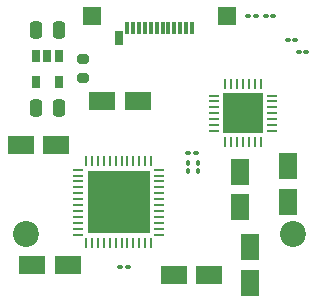
<source format=gbr>
%TF.GenerationSoftware,KiCad,Pcbnew,6.0.9*%
%TF.CreationDate,2022-12-15T21:13:34+01:00*%
%TF.ProjectId,Expansion_Card,45787061-6e73-4696-9f6e-5f436172642e,X1*%
%TF.SameCoordinates,Original*%
%TF.FileFunction,Soldermask,Top*%
%TF.FilePolarity,Negative*%
%FSLAX46Y46*%
G04 Gerber Fmt 4.6, Leading zero omitted, Abs format (unit mm)*
G04 Created by KiCad (PCBNEW 6.0.9) date 2022-12-15 21:13:34*
%MOMM*%
%LPD*%
G01*
G04 APERTURE LIST*
G04 Aperture macros list*
%AMRoundRect*
0 Rectangle with rounded corners*
0 $1 Rounding radius*
0 $2 $3 $4 $5 $6 $7 $8 $9 X,Y pos of 4 corners*
0 Add a 4 corners polygon primitive as box body*
4,1,4,$2,$3,$4,$5,$6,$7,$8,$9,$2,$3,0*
0 Add four circle primitives for the rounded corners*
1,1,$1+$1,$2,$3*
1,1,$1+$1,$4,$5*
1,1,$1+$1,$6,$7*
1,1,$1+$1,$8,$9*
0 Add four rect primitives between the rounded corners*
20,1,$1+$1,$2,$3,$4,$5,0*
20,1,$1+$1,$4,$5,$6,$7,0*
20,1,$1+$1,$6,$7,$8,$9,0*
20,1,$1+$1,$8,$9,$2,$3,0*%
G04 Aperture macros list end*
%ADD10RoundRect,0.062500X-0.337500X-0.062500X0.337500X-0.062500X0.337500X0.062500X-0.337500X0.062500X0*%
%ADD11RoundRect,0.062500X-0.062500X-0.337500X0.062500X-0.337500X0.062500X0.337500X-0.062500X0.337500X0*%
%ADD12R,5.300000X5.300000*%
%ADD13R,3.350000X3.350000*%
%ADD14RoundRect,0.100000X-0.100000X0.130000X-0.100000X-0.130000X0.100000X-0.130000X0.100000X0.130000X0*%
%ADD15RoundRect,0.100000X0.130000X0.100000X-0.130000X0.100000X-0.130000X-0.100000X0.130000X-0.100000X0*%
%ADD16RoundRect,0.100000X0.100000X-0.130000X0.100000X0.130000X-0.100000X0.130000X-0.100000X-0.130000X0*%
%ADD17RoundRect,0.100000X-0.130000X-0.100000X0.130000X-0.100000X0.130000X0.100000X-0.130000X0.100000X0*%
%ADD18R,1.600000X2.200000*%
%ADD19R,2.200000X1.600000*%
%ADD20RoundRect,0.200000X-0.275000X0.200000X-0.275000X-0.200000X0.275000X-0.200000X0.275000X0.200000X0*%
%ADD21RoundRect,0.250000X0.250000X0.475000X-0.250000X0.475000X-0.250000X-0.475000X0.250000X-0.475000X0*%
%ADD22R,0.650000X1.060000*%
%ADD23R,0.700000X1.150000*%
%ADD24R,0.380000X1.000000*%
%ADD25C,2.200000*%
%ADD26R,1.500000X1.500000*%
G04 APERTURE END LIST*
D10*
%TO.C,U3*%
X133075000Y-141050000D03*
X133075000Y-141550000D03*
X133075000Y-142050000D03*
X133075000Y-142550000D03*
X133075000Y-143050000D03*
X133075000Y-143550000D03*
X133075000Y-144050000D03*
X133075000Y-144550000D03*
X133075000Y-145050000D03*
X133075000Y-145550000D03*
X133075000Y-146050000D03*
X133075000Y-146550000D03*
D11*
X133775000Y-147250000D03*
X134275000Y-147250000D03*
X134775000Y-147250000D03*
X135275000Y-147250000D03*
X135775000Y-147250000D03*
X136275000Y-147250000D03*
X136775000Y-147250000D03*
X137275000Y-147250000D03*
X137775000Y-147250000D03*
X138275000Y-147250000D03*
X138775000Y-147250000D03*
X139275000Y-147250000D03*
D10*
X139975000Y-146550000D03*
X139975000Y-146050000D03*
X139975000Y-145550000D03*
X139975000Y-145050000D03*
X139975000Y-144550000D03*
X139975000Y-144050000D03*
X139975000Y-143550000D03*
X139975000Y-143050000D03*
X139975000Y-142550000D03*
X139975000Y-142050000D03*
X139975000Y-141550000D03*
X139975000Y-141050000D03*
D11*
X139275000Y-140350000D03*
X138775000Y-140350000D03*
X138275000Y-140350000D03*
X137775000Y-140350000D03*
X137275000Y-140350000D03*
X136775000Y-140350000D03*
X136275000Y-140350000D03*
X135775000Y-140350000D03*
X135275000Y-140350000D03*
X134775000Y-140350000D03*
X134275000Y-140350000D03*
X133775000Y-140350000D03*
D12*
X136525000Y-143800000D03*
%TD*%
D10*
%TO.C,U2*%
X144600000Y-134775000D03*
X144600000Y-135275000D03*
X144600000Y-135775000D03*
X144600000Y-136275000D03*
X144600000Y-136775000D03*
X144600000Y-137275000D03*
X144600000Y-137775000D03*
D11*
X145550000Y-138725000D03*
X146050000Y-138725000D03*
X146550000Y-138725000D03*
X147050000Y-138725000D03*
X147550000Y-138725000D03*
X148050000Y-138725000D03*
X148550000Y-138725000D03*
D10*
X149500000Y-137775000D03*
X149500000Y-137275000D03*
X149500000Y-136775000D03*
X149500000Y-136275000D03*
X149500000Y-135775000D03*
X149500000Y-135275000D03*
X149500000Y-134775000D03*
D11*
X148550000Y-133825000D03*
X148050000Y-133825000D03*
X147550000Y-133825000D03*
X147050000Y-133825000D03*
X146550000Y-133825000D03*
X146050000Y-133825000D03*
X145550000Y-133825000D03*
D13*
X147050000Y-136275000D03*
%TD*%
D14*
%TO.C,R23*%
X143225000Y-140480000D03*
X143225000Y-141120000D03*
%TD*%
D15*
%TO.C,R22*%
X137320000Y-149250000D03*
X136680000Y-149250000D03*
%TD*%
D16*
%TO.C,R21*%
X142400000Y-141120000D03*
X142400000Y-140480000D03*
%TD*%
D17*
%TO.C,R4*%
X143070000Y-139625000D03*
X142430000Y-139625000D03*
%TD*%
%TO.C,R3*%
X148120000Y-128000000D03*
X147480000Y-128000000D03*
%TD*%
%TO.C,R2*%
X150855000Y-130050000D03*
X151495000Y-130050000D03*
%TD*%
D15*
%TO.C,D2*%
X149620000Y-128000000D03*
X148980000Y-128000000D03*
%TD*%
%TO.C,D1*%
X152420000Y-131050000D03*
X151780000Y-131050000D03*
%TD*%
D18*
%TO.C,C19*%
X147625000Y-150625000D03*
X147625000Y-147625000D03*
%TD*%
D19*
%TO.C,C16*%
X135150000Y-135200000D03*
X138150000Y-135200000D03*
%TD*%
%TO.C,C15*%
X131225000Y-138975000D03*
X128225000Y-138975000D03*
%TD*%
D18*
%TO.C,C6*%
X150875000Y-143750000D03*
X150875000Y-140750000D03*
%TD*%
%TO.C,C5*%
X146775000Y-141250000D03*
X146775000Y-144250000D03*
%TD*%
D19*
%TO.C,C4*%
X141200000Y-149975000D03*
X144200000Y-149975000D03*
%TD*%
%TO.C,C3*%
X132225000Y-149150000D03*
X129225000Y-149150000D03*
%TD*%
D20*
%TO.C,R1*%
X133540000Y-131675000D03*
X133540000Y-133325000D03*
%TD*%
D21*
%TO.C,C2*%
X131450000Y-135802000D03*
X129550000Y-135802000D03*
%TD*%
D22*
%TO.C,U1*%
X131450000Y-131400000D03*
X130500000Y-131400000D03*
X129550000Y-131400000D03*
X129550000Y-133600000D03*
X131450000Y-133600000D03*
%TD*%
D21*
%TO.C,C1*%
X129550000Y-129198000D03*
X131450000Y-129198000D03*
%TD*%
D23*
%TO.C,P1*%
X136580000Y-129880000D03*
D24*
X142750000Y-129040000D03*
X142250000Y-129040000D03*
X141750000Y-129040000D03*
X141250000Y-129040000D03*
X140750000Y-129040000D03*
X140250000Y-129040000D03*
X139750000Y-129040000D03*
X139250000Y-129040000D03*
X138750000Y-129040000D03*
X138250000Y-129040000D03*
X137750000Y-129040000D03*
X137250000Y-129040000D03*
%TD*%
D25*
%TO.C,H1*%
X128700000Y-146500000D03*
%TD*%
%TO.C,H2*%
X151300000Y-146500000D03*
%TD*%
D26*
%TO.C,TP1*%
X134300000Y-128000000D03*
%TD*%
%TO.C,TP3*%
X145700000Y-128000000D03*
%TD*%
M02*

</source>
